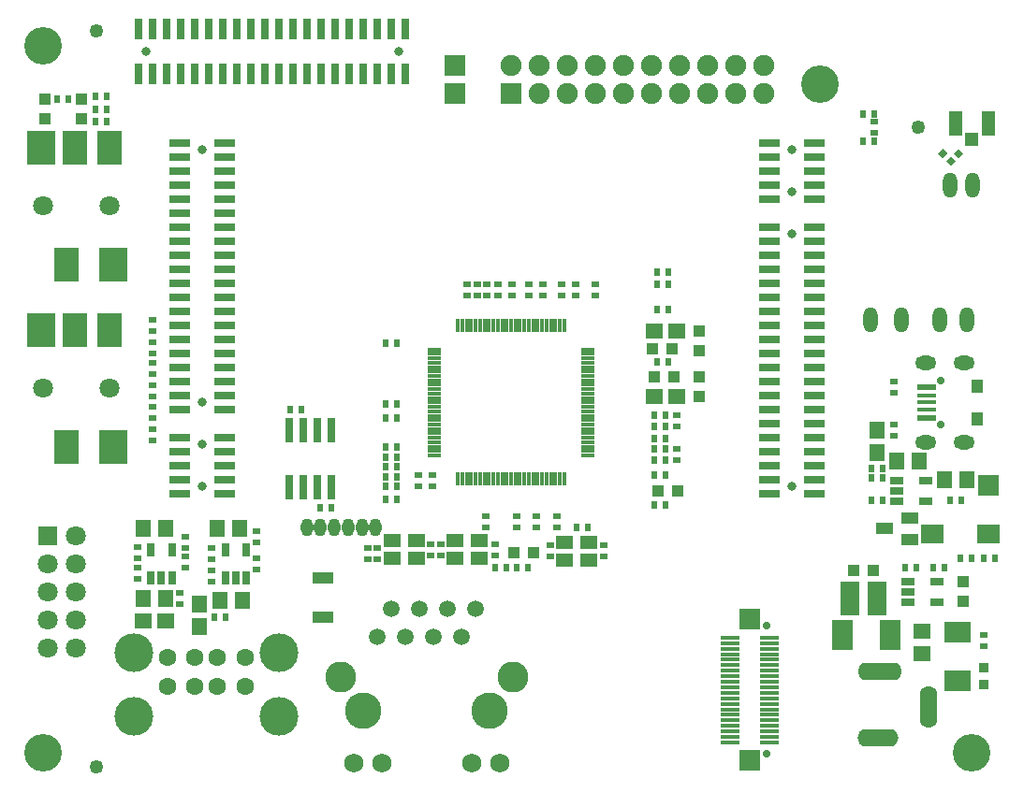
<source format=gbr>
%TF.GenerationSoftware,KiCad,Pcbnew,5.1.6-c6e7f7d~87~ubuntu18.04.1*%
%TF.CreationDate,2021-01-15T14:59:15+02:00*%
%TF.ProjectId,STMP1(A13)-SOM-EVB_Rev_B,53544d50-3128-4413-9133-292d534f4d2d,B*%
%TF.SameCoordinates,Original*%
%TF.FileFunction,Soldermask,Top*%
%TF.FilePolarity,Negative*%
%FSLAX46Y46*%
G04 Gerber Fmt 4.6, Leading zero omitted, Abs format (unit mm)*
G04 Created by KiCad (PCBNEW 5.1.6-c6e7f7d~87~ubuntu18.04.1) date 2021-01-15 14:59:15*
%MOMM*%
%LPD*%
G01*
G04 APERTURE LIST*
%ADD10R,1.201600X0.301600*%
%ADD11R,0.301600X1.201600*%
%ADD12R,0.601600X0.651600*%
%ADD13C,0.100000*%
%ADD14C,3.501600*%
%ADD15C,1.601600*%
%ADD16O,1.301600X2.301600*%
%ADD17C,0.801600*%
%ADD18R,1.901600X0.801600*%
%ADD19R,1.151600X2.301600*%
%ADD20R,1.151600X1.151600*%
%ADD21R,1.625600X1.371600*%
%ADD22R,1.117600X1.117600*%
%ADD23R,0.651600X0.601600*%
%ADD24R,1.371600X1.625600*%
%ADD25R,1.879600X1.117600*%
%ADD26R,2.387600X1.879600*%
%ADD27C,1.254000*%
%ADD28R,1.701600X0.351600*%
%ADD29C,0.701600*%
%ADD30R,1.901600X1.901600*%
%ADD31R,1.901600X2.801600*%
%ADD32C,1.801600*%
%ADD33R,2.201600X3.101600*%
%ADD34R,2.601600X3.101600*%
%ADD35R,1.701600X3.101600*%
%ADD36C,1.511600*%
%ADD37C,1.751600*%
%ADD38C,2.801600*%
%ADD39C,3.301600*%
%ADD40O,4.001600X1.601600*%
%ADD41O,3.701600X1.601600*%
%ADD42O,1.601600X3.801600*%
%ADD43R,0.901600X0.901600*%
%ADD44R,1.501600X1.301600*%
%ADD45R,1.301600X0.651600*%
%ADD46R,0.701600X2.301600*%
%ADD47R,0.651600X1.301600*%
%ADD48R,1.801600X1.801600*%
%ADD49C,3.401601*%
%ADD50R,2.101600X1.801600*%
%ADD51C,1.901600*%
%ADD52R,1.851600X1.851600*%
%ADD53R,1.501600X1.101600*%
%ADD54R,0.801600X1.901600*%
%ADD55R,1.751600X0.601600*%
%ADD56R,1.751600X0.426600*%
%ADD57R,1.101600X1.201600*%
%ADD58O,1.901600X1.301600*%
%ADD59O,1.101600X1.601600*%
%ADD60R,1.879600X1.879600*%
G04 APERTURE END LIST*
D10*
%TO.C,U6*%
X154270000Y-72110000D03*
X154270000Y-71710000D03*
X154270000Y-71310000D03*
X154270000Y-70910000D03*
X154270000Y-70510000D03*
X154270000Y-70110000D03*
X154270000Y-69710000D03*
X154270000Y-69310000D03*
X154270000Y-68910000D03*
X154270000Y-68510000D03*
X154270000Y-68110000D03*
X154270000Y-67710000D03*
X154270000Y-67310000D03*
X154270000Y-66910000D03*
X154270000Y-66510000D03*
X154270000Y-66110000D03*
X154270000Y-65710000D03*
X154270000Y-65310000D03*
X154270000Y-64910000D03*
X154270000Y-64510000D03*
X154270000Y-64110000D03*
X154270000Y-63710000D03*
X154270000Y-63310000D03*
X154270000Y-62910000D03*
X154270000Y-62510000D03*
D11*
X149320000Y-60360000D03*
X148520000Y-60360000D03*
X142520000Y-60360000D03*
X148920000Y-60360000D03*
X149720000Y-60360000D03*
X145720000Y-60360000D03*
X150520000Y-60360000D03*
X152120000Y-60360000D03*
X151320000Y-60360000D03*
X146520000Y-60360000D03*
X147320000Y-60360000D03*
X145320000Y-60360000D03*
X143720000Y-60360000D03*
X150120000Y-60360000D03*
X147720000Y-60360000D03*
X146120000Y-60360000D03*
X144920000Y-60360000D03*
X151720000Y-60360000D03*
X142920000Y-60360000D03*
X148120000Y-60360000D03*
X150920000Y-60360000D03*
X146920000Y-60360000D03*
X144120000Y-60360000D03*
X143320000Y-60360000D03*
X144520000Y-60360000D03*
D10*
X140370000Y-69310000D03*
X140370000Y-68510000D03*
X140370000Y-62510000D03*
X140370000Y-68910000D03*
X140370000Y-69710000D03*
X140370000Y-65710000D03*
X140370000Y-70510000D03*
X140370000Y-72110000D03*
X140370000Y-71310000D03*
X140370000Y-66510000D03*
X140370000Y-67310000D03*
X140370000Y-65310000D03*
X140370000Y-63710000D03*
X140370000Y-70110000D03*
X140370000Y-67710000D03*
X140370000Y-66110000D03*
X140370000Y-64910000D03*
X140370000Y-71710000D03*
X140370000Y-62910000D03*
X140370000Y-68110000D03*
X140370000Y-70910000D03*
X140370000Y-66910000D03*
X140370000Y-64110000D03*
X140370000Y-63310000D03*
X140370000Y-64510000D03*
D11*
X142520000Y-74260000D03*
X149320000Y-74260000D03*
X152120000Y-74260000D03*
X146520000Y-74260000D03*
X147320000Y-74260000D03*
X150120000Y-74260000D03*
X147720000Y-74260000D03*
X146120000Y-74260000D03*
X144920000Y-74260000D03*
X149720000Y-74260000D03*
X148920000Y-74260000D03*
X145720000Y-74260000D03*
X150520000Y-74260000D03*
X151320000Y-74260000D03*
X145320000Y-74260000D03*
X143720000Y-74260000D03*
X148520000Y-74260000D03*
X151720000Y-74260000D03*
X142920000Y-74260000D03*
X148120000Y-74260000D03*
X150920000Y-74260000D03*
X146920000Y-74260000D03*
X144120000Y-74260000D03*
X143320000Y-74260000D03*
X144520000Y-74260000D03*
%TD*%
D12*
%TO.C,C3*%
X179142000Y-43688000D03*
X180158000Y-43688000D03*
%TD*%
D13*
%TO.C,R4*%
G36*
X187100000Y-45006712D02*
G01*
X187525395Y-45432107D01*
X187100000Y-45857502D01*
X186674605Y-45432107D01*
X187100000Y-45006712D01*
G37*
G36*
X187807107Y-45150395D02*
G01*
X187381712Y-44725000D01*
X187807107Y-44299605D01*
X188232502Y-44725000D01*
X187807107Y-45150395D01*
G37*
G36*
X186818288Y-44725000D02*
G01*
X186392893Y-45150395D01*
X185967498Y-44725000D01*
X186392893Y-44299605D01*
X186818288Y-44725000D01*
G37*
%TD*%
D12*
%TO.C,R16*%
X136017000Y-76073000D03*
X137033000Y-76073000D03*
%TD*%
%TO.C,C4*%
X180158000Y-41200000D03*
X179142000Y-41200000D03*
%TD*%
D14*
%TO.C,USB_HOST1*%
X113175000Y-90000000D03*
X126315000Y-90000000D03*
X126315000Y-95700000D03*
X113175000Y-95700000D03*
D15*
X123245000Y-93000000D03*
X120745000Y-93000000D03*
X118745000Y-93000000D03*
X116245000Y-93000000D03*
X123245000Y-90380000D03*
X120745000Y-90380000D03*
X118745000Y-90380000D03*
X116245000Y-90380000D03*
%TD*%
D16*
%TO.C,U1*%
X187039000Y-47621000D03*
X189039000Y-47621000D03*
X188589000Y-59821000D03*
X186069000Y-59821000D03*
X182589000Y-59821000D03*
X179809000Y-59821000D03*
%TD*%
D17*
%TO.C,GPIO-3*%
X119380000Y-74930000D03*
X119380000Y-71120000D03*
D18*
X117348000Y-70485000D03*
X121412000Y-70485000D03*
X117348000Y-71755000D03*
X121412000Y-71755000D03*
X117348000Y-73025000D03*
X121412000Y-73025000D03*
X117348000Y-74295000D03*
X121412000Y-74295000D03*
X117348000Y-75565000D03*
X121412000Y-75565000D03*
%TD*%
D17*
%TO.C,GPIO-2*%
X172720000Y-44450000D03*
X172720000Y-48260000D03*
D18*
X174752000Y-48895000D03*
X170688000Y-48895000D03*
X174752000Y-47625000D03*
X170688000Y-47625000D03*
X174752000Y-46355000D03*
X170688000Y-46355000D03*
X174752000Y-45085000D03*
X170688000Y-45085000D03*
X174752000Y-43815000D03*
X170688000Y-43815000D03*
%TD*%
D17*
%TO.C,LCD_TR1*%
X119380000Y-67310000D03*
D18*
X117348000Y-56515000D03*
X121412000Y-56515000D03*
X117348000Y-57785000D03*
X121412000Y-57785000D03*
X117348000Y-59055000D03*
X121412000Y-59055000D03*
X117348000Y-60325000D03*
X121412000Y-60325000D03*
X117348000Y-61595000D03*
X121412000Y-61595000D03*
X117348000Y-62865000D03*
X121412000Y-62865000D03*
X117348000Y-64135000D03*
X121412000Y-64135000D03*
X117348000Y-65405000D03*
X121412000Y-65405000D03*
X117348000Y-66675000D03*
X121412000Y-66675000D03*
X117348000Y-67945000D03*
X121412000Y-67945000D03*
X121412000Y-55245000D03*
X117348000Y-55245000D03*
X121412000Y-53975000D03*
X117348000Y-53975000D03*
X121412000Y-52705000D03*
X117348000Y-52705000D03*
X121412000Y-51435000D03*
X117348000Y-51435000D03*
X121412000Y-50165000D03*
X117348000Y-50165000D03*
X121412000Y-48895000D03*
X117348000Y-48895000D03*
X121412000Y-47625000D03*
X117348000Y-47625000D03*
X121412000Y-46355000D03*
X117348000Y-46355000D03*
X121412000Y-45085000D03*
X117348000Y-45085000D03*
X121412000Y-43815000D03*
X117348000Y-43815000D03*
D17*
X119380000Y-44450000D03*
%TD*%
%TO.C,GPIO-1*%
X172720000Y-74929999D03*
D18*
X174752000Y-75564999D03*
X170688000Y-75564999D03*
X174752000Y-74294999D03*
X170688000Y-74294999D03*
X174752000Y-73024999D03*
X170688000Y-73024999D03*
X174752000Y-71754999D03*
X170688000Y-71754999D03*
X174752000Y-70484999D03*
X170688000Y-70484999D03*
X174752000Y-69214999D03*
X170688000Y-69214999D03*
X174752000Y-67944999D03*
X170688000Y-67944999D03*
X174752000Y-66674999D03*
X170688000Y-66674999D03*
X174752000Y-65404999D03*
X170688000Y-65404999D03*
X174752000Y-64134999D03*
X170688000Y-64134999D03*
X170688000Y-51434999D03*
X174752000Y-51434999D03*
X170688000Y-52704999D03*
X174752000Y-52704999D03*
X170688000Y-53974999D03*
X174752000Y-53974999D03*
X170688000Y-55244999D03*
X174752000Y-55244999D03*
X170688000Y-56514999D03*
X174752000Y-56514999D03*
X170688000Y-57784999D03*
X174752000Y-57784999D03*
X170688000Y-59054999D03*
X174752000Y-59054999D03*
X170688000Y-60324999D03*
X174752000Y-60324999D03*
X170688000Y-61594999D03*
X174752000Y-61594999D03*
X170688000Y-62864999D03*
X174752000Y-62864999D03*
D17*
X172720000Y-52069999D03*
%TD*%
D19*
%TO.C,ANT2*%
X187500000Y-42025000D03*
X190500000Y-42025000D03*
D20*
X189000000Y-43525000D03*
%TD*%
D21*
%TO.C,C1*%
X184531000Y-88011000D03*
X184531000Y-90043000D03*
%TD*%
D22*
%TO.C,C2*%
X188214000Y-83566000D03*
X188214000Y-85344000D03*
%TD*%
%TO.C,C5*%
X178308000Y-82550000D03*
X180086000Y-82550000D03*
%TD*%
%TO.C,C6*%
X161925000Y-62484000D03*
X160147000Y-62484000D03*
%TD*%
D12*
%TO.C,C7*%
X161544000Y-63627000D03*
X160528000Y-63627000D03*
%TD*%
%TO.C,C8*%
X160528000Y-55499000D03*
X161544000Y-55499000D03*
%TD*%
D23*
%TO.C,C9*%
X153162000Y-57658000D03*
X153162000Y-56642000D03*
%TD*%
D12*
%TO.C,C10*%
X136017000Y-67437000D03*
X137033000Y-67437000D03*
%TD*%
D23*
%TO.C,C11*%
X140208000Y-73914000D03*
X140208000Y-74930000D03*
%TD*%
D12*
%TO.C,C12*%
X161290000Y-73914000D03*
X160274000Y-73914000D03*
%TD*%
%TO.C,C13*%
X136017000Y-61976000D03*
X137033000Y-61976000D03*
%TD*%
%TO.C,C14*%
X136017000Y-68707000D03*
X137033000Y-68707000D03*
%TD*%
D23*
%TO.C,C15*%
X149606000Y-77597000D03*
X149606000Y-78613000D03*
%TD*%
%TO.C,C16*%
X145034000Y-78613000D03*
X145034000Y-77597000D03*
%TD*%
D12*
%TO.C,C17*%
X137033000Y-74930000D03*
X136017000Y-74930000D03*
%TD*%
D23*
%TO.C,C18*%
X147828000Y-78613000D03*
X147828000Y-77597000D03*
%TD*%
D22*
%TO.C,C19*%
X162052000Y-65024000D03*
X160274000Y-65024000D03*
%TD*%
D12*
%TO.C,C20*%
X161544000Y-58928000D03*
X160528000Y-58928000D03*
%TD*%
D23*
%TO.C,C21*%
X150241000Y-56642000D03*
X150241000Y-57658000D03*
%TD*%
%TO.C,C22*%
X146177000Y-57658000D03*
X146177000Y-56642000D03*
%TD*%
%TO.C,C23*%
X143383000Y-56642000D03*
X143383000Y-57658000D03*
%TD*%
D12*
%TO.C,C24*%
X137033000Y-71374000D03*
X136017000Y-71374000D03*
%TD*%
D23*
%TO.C,C25*%
X138938000Y-74930000D03*
X138938000Y-73914000D03*
%TD*%
D12*
%TO.C,C26*%
X161290000Y-70612000D03*
X160274000Y-70612000D03*
%TD*%
D23*
%TO.C,C27*%
X151511000Y-78613000D03*
X151511000Y-77597000D03*
%TD*%
%TO.C,C28*%
X135255000Y-81534000D03*
X135255000Y-80518000D03*
%TD*%
%TO.C,C29*%
X140081000Y-81153000D03*
X140081000Y-80137000D03*
%TD*%
%TO.C,C30*%
X140970000Y-81153000D03*
X140970000Y-80137000D03*
%TD*%
%TO.C,C31*%
X145923000Y-81153000D03*
X145923000Y-80137000D03*
%TD*%
%TO.C,C32*%
X150876000Y-81280000D03*
X150876000Y-80264000D03*
%TD*%
%TO.C,C33*%
X155702000Y-81280000D03*
X155702000Y-80264000D03*
%TD*%
D12*
%TO.C,C34*%
X137033000Y-73152000D03*
X136017000Y-73152000D03*
%TD*%
%TO.C,C37*%
X131064000Y-76835000D03*
X130048000Y-76835000D03*
%TD*%
D22*
%TO.C,C35*%
X164338000Y-62611000D03*
X164338000Y-60833000D03*
%TD*%
%TO.C,C36*%
X164338000Y-65024000D03*
X164338000Y-66802000D03*
%TD*%
D23*
%TO.C,C38*%
X162306000Y-68453000D03*
X162306000Y-69469000D03*
%TD*%
D24*
%TO.C,C39*%
X116078000Y-78740000D03*
X114046000Y-78740000D03*
%TD*%
%TO.C,C40*%
X120777000Y-78740000D03*
X122809000Y-78740000D03*
%TD*%
D23*
%TO.C,C41*%
X162306000Y-71501000D03*
X162306000Y-72517000D03*
%TD*%
D24*
%TO.C,C43*%
X116078000Y-85090000D03*
X114046000Y-85090000D03*
%TD*%
%TO.C,C44*%
X123063000Y-85217000D03*
X121031000Y-85217000D03*
%TD*%
D25*
%TO.C,C45*%
X130302000Y-86741000D03*
X130302000Y-83185000D03*
%TD*%
D23*
%TO.C,C46*%
X117348000Y-85598000D03*
X117348000Y-84582000D03*
%TD*%
D12*
%TO.C,C47*%
X121539000Y-86741000D03*
X120523000Y-86741000D03*
%TD*%
D26*
%TO.C,D1*%
X187706000Y-88120000D03*
X187706000Y-92474000D03*
%TD*%
D27*
%TO.C,FID1*%
X109855000Y-100330000D03*
%TD*%
%TO.C,FID2*%
X109855000Y-33655000D03*
%TD*%
%TO.C,FID3*%
X184150000Y-42418000D03*
%TD*%
D28*
%TO.C,Flash_Con1*%
X170710000Y-94095000D03*
X167110000Y-92595000D03*
X170710000Y-88595000D03*
X167110000Y-94595000D03*
X170710000Y-95595000D03*
X167110000Y-88595000D03*
X167110000Y-98095000D03*
X167110000Y-95095000D03*
X170710000Y-98095000D03*
X167110000Y-91595000D03*
X167110000Y-92095000D03*
X167110000Y-97095000D03*
X167110000Y-94095000D03*
X167110000Y-96595000D03*
X170710000Y-96595000D03*
X170710000Y-92095000D03*
X167110000Y-96095000D03*
X170710000Y-96095000D03*
X167110000Y-91095000D03*
X170710000Y-94595000D03*
X170710000Y-97095000D03*
X170710000Y-92595000D03*
X170710000Y-93595000D03*
X167110000Y-93595000D03*
X167110000Y-97595000D03*
X170710000Y-89595000D03*
X170710000Y-97595000D03*
X170710000Y-93095000D03*
X170710000Y-90095000D03*
X167110000Y-93095000D03*
X167110000Y-90595000D03*
X167110000Y-89595000D03*
X167110000Y-90095000D03*
X167110000Y-95595000D03*
X170710000Y-90595000D03*
X170710000Y-91095000D03*
X170710000Y-95095000D03*
X170710000Y-91595000D03*
X167110000Y-89095000D03*
X170710000Y-89095000D03*
D29*
X170410000Y-99145000D03*
X170410000Y-87545000D03*
D30*
X168910000Y-99745000D03*
X168910000Y-86945000D03*
%TD*%
D31*
%TO.C,FUSE1*%
X177251000Y-88392000D03*
X181651000Y-88392000D03*
%TD*%
D32*
%TO.C,HEADPHONES1*%
X111000000Y-66040000D03*
X105000000Y-66040000D03*
D33*
X107900000Y-60740000D03*
X107100000Y-71340000D03*
X111000000Y-60740000D03*
D34*
X111300000Y-71340000D03*
X104800000Y-60740000D03*
%TD*%
D35*
%TO.C,L1*%
X180397000Y-85090000D03*
X177997000Y-85090000D03*
%TD*%
D21*
%TO.C,L3*%
X162306000Y-60833000D03*
X160274000Y-60833000D03*
%TD*%
%TO.C,L4*%
X160274000Y-66802000D03*
X162306000Y-66802000D03*
%TD*%
%TO.C,L5*%
X116078000Y-87122000D03*
X114046000Y-87122000D03*
%TD*%
D24*
%TO.C,L6*%
X119126000Y-85598000D03*
X119126000Y-87630000D03*
%TD*%
D36*
%TO.C,LAN1*%
X135245000Y-88550000D03*
X136515000Y-86010000D03*
X137785000Y-88550000D03*
X139055000Y-86010000D03*
X140325000Y-88550000D03*
X141595000Y-86010000D03*
X142865000Y-88550000D03*
X144135000Y-86010000D03*
D37*
X143770000Y-99998500D03*
X133090000Y-99998500D03*
D38*
X131900000Y-92200000D03*
X147500000Y-92200000D03*
D37*
X146310000Y-99998500D03*
X135630000Y-99998500D03*
D39*
X133985000Y-95250000D03*
X145415000Y-95250000D03*
%TD*%
D34*
%TO.C,MICROPHONE1*%
X104800000Y-44230000D03*
X111300000Y-54830000D03*
D33*
X111000000Y-44230000D03*
X107100000Y-54830000D03*
X107900000Y-44230000D03*
D32*
X105000000Y-49530000D03*
X111000000Y-49530000D03*
%TD*%
D40*
%TO.C,PWR1*%
X180670000Y-91636000D03*
D41*
X180520000Y-97636000D03*
D42*
X185120000Y-94890000D03*
%TD*%
D43*
%TO.C,PWRLED1*%
X190119000Y-92837000D03*
X190119000Y-91313000D03*
%TD*%
D44*
%TO.C,Q2*%
X136568000Y-79845000D03*
X138768000Y-81445000D03*
X138768000Y-79845000D03*
X136568000Y-81445000D03*
%TD*%
%TO.C,Q3*%
X142283000Y-81445000D03*
X144483000Y-79845000D03*
X144483000Y-81445000D03*
X142283000Y-79845000D03*
%TD*%
%TO.C,Q1*%
X152189000Y-81572000D03*
X154389000Y-79972000D03*
X154389000Y-81572000D03*
X152189000Y-79972000D03*
%TD*%
D23*
%TO.C,R1*%
X190119000Y-88392000D03*
X190119000Y-89408000D03*
%TD*%
D12*
%TO.C,R2*%
X184023000Y-82296000D03*
X183007000Y-82296000D03*
%TD*%
%TO.C,R3*%
X186563000Y-82296000D03*
X185547000Y-82296000D03*
%TD*%
D22*
%TO.C,R5*%
X149352000Y-80899000D03*
X147574000Y-80899000D03*
%TD*%
D12*
%TO.C,R6*%
X137033000Y-72263000D03*
X136017000Y-72263000D03*
%TD*%
D22*
%TO.C,R8*%
X160655000Y-75311000D03*
X162433000Y-75311000D03*
%TD*%
D12*
%TO.C,R19*%
X127381000Y-67945000D03*
X128397000Y-67945000D03*
%TD*%
D23*
%TO.C,R12*%
X151892000Y-56642000D03*
X151892000Y-57658000D03*
%TD*%
%TO.C,R13*%
X148971000Y-57658000D03*
X148971000Y-56642000D03*
%TD*%
D12*
%TO.C,R14*%
X160274000Y-76581000D03*
X161290000Y-76581000D03*
%TD*%
%TO.C,R15*%
X161544000Y-56642000D03*
X160528000Y-56642000D03*
%TD*%
%TO.C,R17*%
X136017000Y-74041000D03*
X137033000Y-74041000D03*
%TD*%
D23*
%TO.C,R18*%
X147447000Y-57658000D03*
X147447000Y-56642000D03*
%TD*%
%TO.C,R21*%
X117856000Y-80518000D03*
X117856000Y-79502000D03*
%TD*%
%TO.C,R22*%
X124333000Y-80010000D03*
X124333000Y-78994000D03*
%TD*%
D12*
%TO.C,R23*%
X160274000Y-69469000D03*
X161290000Y-69469000D03*
%TD*%
%TO.C,R24*%
X161290000Y-68453000D03*
X160274000Y-68453000D03*
%TD*%
%TO.C,R25*%
X160274000Y-72517001D03*
X161290000Y-72517001D03*
%TD*%
%TO.C,R26*%
X161290000Y-71501000D03*
X160274000Y-71501000D03*
%TD*%
D23*
%TO.C,R27*%
X134366000Y-81534000D03*
X134366000Y-80518000D03*
%TD*%
D12*
%TO.C,R28*%
X147828000Y-82296000D03*
X148844000Y-82296000D03*
%TD*%
D23*
%TO.C,R29*%
X117855999Y-81280000D03*
X117855999Y-82296000D03*
%TD*%
%TO.C,R30*%
X124333000Y-81407000D03*
X124333000Y-82423000D03*
%TD*%
%TO.C,R31*%
X113538000Y-80391000D03*
X113538000Y-81407000D03*
%TD*%
%TO.C,R32*%
X120269000Y-80518001D03*
X120269000Y-81534001D03*
%TD*%
%TO.C,R33*%
X113538000Y-83312000D03*
X113538000Y-82296000D03*
%TD*%
%TO.C,R34*%
X120268999Y-82550000D03*
X120268999Y-83566000D03*
%TD*%
D45*
%TO.C,U2*%
X185831000Y-85405000D03*
X185831000Y-83505000D03*
X183231000Y-85405000D03*
X183231000Y-84455000D03*
X183231000Y-83505000D03*
%TD*%
D46*
%TO.C,U3*%
X131064000Y-69790000D03*
X129794000Y-69790000D03*
X128524000Y-69790000D03*
X127254000Y-69790000D03*
X127254000Y-74990000D03*
X128524000Y-74990000D03*
X129794000Y-74990000D03*
X131064000Y-74990000D03*
%TD*%
D47*
%TO.C,U4*%
X114747000Y-83215000D03*
X115697000Y-83215000D03*
X116647000Y-83215000D03*
X114747000Y-80615000D03*
X116647000Y-80615000D03*
%TD*%
%TO.C,U5*%
X123378000Y-80615000D03*
X121478000Y-80615000D03*
X123378000Y-83215000D03*
X122428000Y-83215000D03*
X121478000Y-83215000D03*
%TD*%
D48*
%TO.C,UEXT1*%
X105410000Y-79375000D03*
D32*
X107950000Y-79375000D03*
X105410000Y-81915000D03*
X107950000Y-81915000D03*
X105410000Y-84455000D03*
X107950000Y-84455000D03*
X105410000Y-86995000D03*
X107950000Y-86995000D03*
X105410000Y-89535000D03*
X107950000Y-89535000D03*
%TD*%
D49*
%TO.C,MH1*%
X105000000Y-99000000D03*
%TD*%
%TO.C,MH2*%
X105000000Y-35000000D03*
%TD*%
%TO.C,MH3*%
X175260000Y-38481000D03*
%TD*%
%TO.C,MH4*%
X189000000Y-99000000D03*
%TD*%
D12*
%TO.C,C42*%
X146939000Y-82296000D03*
X145923000Y-82296000D03*
%TD*%
D23*
%TO.C,L2*%
X180150000Y-42926000D03*
X180150000Y-41910000D03*
%TD*%
D12*
%TO.C,R7*%
X154305000Y-78613000D03*
X153289000Y-78613000D03*
%TD*%
D23*
%TO.C,R20*%
X154940000Y-56642000D03*
X154940000Y-57658000D03*
%TD*%
D24*
%TO.C,C48*%
X186563000Y-74295000D03*
X188595000Y-74295000D03*
%TD*%
%TO.C,C50*%
X182245000Y-72644000D03*
X184277000Y-72644000D03*
%TD*%
D23*
%TO.C,C51*%
X181991000Y-70358000D03*
X181991000Y-69342000D03*
%TD*%
D50*
%TO.C,D2*%
X190460000Y-79248000D03*
X185460000Y-79248000D03*
%TD*%
D51*
%TO.C,EXT1*%
X170180000Y-39370000D03*
X170180000Y-36830000D03*
X167640000Y-39370000D03*
X167640000Y-36830000D03*
X165100000Y-39370000D03*
X165100000Y-36830000D03*
X162560000Y-39370000D03*
X162560000Y-36830000D03*
X160020000Y-39370000D03*
X160020000Y-36830000D03*
X157480000Y-36830000D03*
X157480000Y-39370000D03*
X154940000Y-36830000D03*
X154940000Y-39370000D03*
X152400000Y-36830000D03*
X152400000Y-39370000D03*
X149860000Y-36830000D03*
X149860000Y-39370000D03*
X147320000Y-36830000D03*
D52*
X147320000Y-39370000D03*
%TD*%
D53*
%TO.C,FET1*%
X183352440Y-79689960D03*
X183352440Y-77787500D03*
X181142640Y-78742540D03*
%TD*%
D24*
%TO.C,L7*%
X180467000Y-71882000D03*
X180467000Y-69850000D03*
%TD*%
D17*
%TO.C,LCD1*%
X137160000Y-35560000D03*
D54*
X126365000Y-37592000D03*
X126365000Y-33528000D03*
X127635000Y-37592000D03*
X127635000Y-33528000D03*
X128905000Y-37592000D03*
X128905000Y-33528000D03*
X130175000Y-37592000D03*
X130175000Y-33528000D03*
X131445000Y-37592000D03*
X131445000Y-33528000D03*
X132715000Y-37592000D03*
X132715000Y-33528000D03*
X133985000Y-37592000D03*
X133985000Y-33528000D03*
X135255000Y-37592000D03*
X135255000Y-33528000D03*
X136525000Y-37592000D03*
X136525000Y-33528000D03*
X137795000Y-37592000D03*
X137795000Y-33528000D03*
X125095000Y-33528000D03*
X125095000Y-37592000D03*
X123825000Y-33528000D03*
X123825000Y-37592000D03*
X122555000Y-33528000D03*
X122555000Y-37592000D03*
X121285000Y-33528000D03*
X121285000Y-37592000D03*
X120015000Y-33528000D03*
X120015000Y-37592000D03*
X118745000Y-33528000D03*
X118745000Y-37592000D03*
X117475000Y-33528000D03*
X117475000Y-37592000D03*
X116205000Y-33528000D03*
X116205000Y-37592000D03*
X114935000Y-33528000D03*
X114935000Y-37592000D03*
X113665000Y-33528000D03*
X113665000Y-37592000D03*
D17*
X114300000Y-35560000D03*
%TD*%
D12*
%TO.C,R35*%
X187071000Y-76200000D03*
X188087000Y-76200000D03*
%TD*%
%TO.C,R36*%
X180975000Y-76200000D03*
X179959000Y-76200000D03*
%TD*%
%TO.C,R37*%
X179959001Y-74168000D03*
X180975001Y-74168000D03*
%TD*%
%TO.C,R38*%
X179959000Y-73279001D03*
X180975000Y-73279001D03*
%TD*%
D23*
%TO.C,R39*%
X181991000Y-66421000D03*
X181991000Y-65405000D03*
%TD*%
D12*
%TO.C,R40*%
X188976000Y-81407000D03*
X187960000Y-81407000D03*
%TD*%
%TO.C,R41*%
X191135000Y-81407000D03*
X190119000Y-81407000D03*
%TD*%
D45*
%TO.C,U7*%
X182215000Y-74361000D03*
X182215000Y-75311000D03*
X182215000Y-76261000D03*
X184815000Y-74361000D03*
X184815000Y-76261000D03*
%TD*%
D55*
%TO.C,USB-OTG1*%
X184937000Y-68697500D03*
D56*
X184937000Y-67960000D03*
X184937000Y-67310000D03*
X184937000Y-66660000D03*
D55*
X184937000Y-65922500D03*
D29*
X186187000Y-69310000D03*
X186187000Y-65310000D03*
D57*
X189487000Y-68810000D03*
X189487000Y-65810000D03*
D58*
X188337000Y-70910000D03*
X184867000Y-70910000D03*
X184867000Y-63710000D03*
X188337000Y-63710000D03*
%TD*%
D22*
%TO.C,C49*%
X105156000Y-39878000D03*
X105156000Y-41656000D03*
%TD*%
%TO.C,C52*%
X108458000Y-41656000D03*
X108458000Y-39878000D03*
%TD*%
D12*
%TO.C,C53*%
X109728000Y-41910000D03*
X110744000Y-41910000D03*
%TD*%
%TO.C,C54*%
X109728000Y-40767000D03*
X110744000Y-40767000D03*
%TD*%
D23*
%TO.C,C55*%
X114935001Y-62865000D03*
X114935001Y-61849000D03*
%TD*%
%TO.C,C56*%
X114935000Y-64770000D03*
X114935000Y-63754000D03*
%TD*%
%TO.C,C57*%
X114935000Y-67691000D03*
X114935000Y-68707000D03*
%TD*%
D59*
%TO.C,PGM1*%
X128828000Y-78613000D03*
X130078000Y-78613000D03*
X131328000Y-78613000D03*
X132578000Y-78613000D03*
X133828000Y-78613000D03*
X135078000Y-78613000D03*
%TD*%
D12*
%TO.C,R9*%
X106299000Y-39878000D03*
X107315000Y-39878000D03*
%TD*%
%TO.C,R10*%
X110744000Y-39624000D03*
X109728000Y-39624000D03*
%TD*%
D23*
%TO.C,R11*%
X114935001Y-59817000D03*
X114935001Y-60833000D03*
%TD*%
%TO.C,R42*%
X114935000Y-65786000D03*
X114935000Y-66802000D03*
%TD*%
%TO.C,R43*%
X114935000Y-70739000D03*
X114935000Y-69723000D03*
%TD*%
D60*
%TO.C,GND1*%
X190500000Y-74803000D03*
%TD*%
%TO.C,ADC1_IN10*%
X142240000Y-39370000D03*
%TD*%
%TO.C,PH6*%
X142240000Y-36830000D03*
%TD*%
D23*
%TO.C,R44*%
X144272000Y-56642000D03*
X144272000Y-57658000D03*
%TD*%
%TO.C,R45*%
X145161000Y-57658000D03*
X145161000Y-56642000D03*
%TD*%
M02*

</source>
